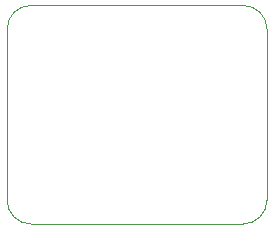
<source format=gbr>
%TF.GenerationSoftware,KiCad,Pcbnew,7.0.2-6a45011f42~172~ubuntu22.04.1*%
%TF.CreationDate,2023-05-25T16:12:51+01:00*%
%TF.ProjectId,module_stspin250,6d6f6475-6c65-45f7-9374-7370696e3235,rev?*%
%TF.SameCoordinates,Original*%
%TF.FileFunction,Profile,NP*%
%FSLAX46Y46*%
G04 Gerber Fmt 4.6, Leading zero omitted, Abs format (unit mm)*
G04 Created by KiCad (PCBNEW 7.0.2-6a45011f42~172~ubuntu22.04.1) date 2023-05-25 16:12:51*
%MOMM*%
%LPD*%
G01*
G04 APERTURE LIST*
%TA.AperFunction,Profile*%
%ADD10C,0.100000*%
%TD*%
G04 APERTURE END LIST*
D10*
X0Y2000000D02*
G75*
G03*
X2000000Y0I2000000J0D01*
G01*
X1999999Y18500001D02*
X19999999Y18500001D01*
X20000000Y0D02*
G75*
G03*
X22000000Y2000000I0J2000000D01*
G01*
X-1Y16500001D02*
X0Y2000000D01*
X21999999Y16500001D02*
X22000000Y2000000D01*
X2000000Y0D02*
X20000000Y0D01*
X22000001Y16500001D02*
G75*
G03*
X19999999Y18500001I-2000001J-1D01*
G01*
X1999999Y18500001D02*
G75*
G03*
X-1Y16500001I1J-2000001D01*
G01*
M02*

</source>
